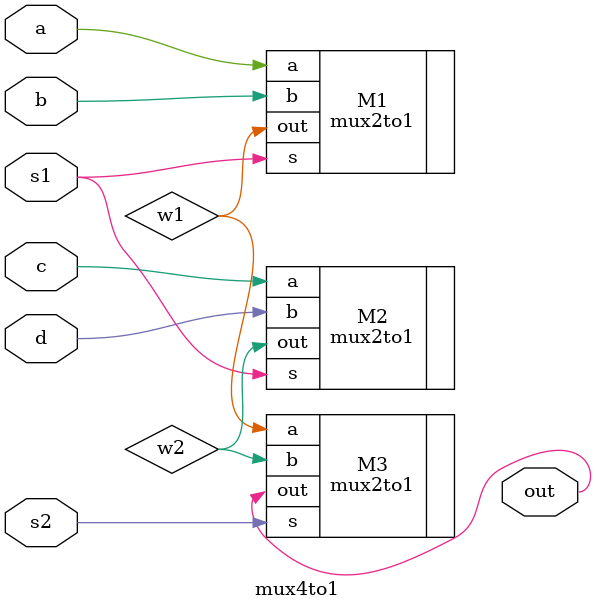
<source format=v>
`timescale 1ns / 1ps


module mux4to1(a, b, c, d, s1, s2, out);
    input a, b, c, d, s1, s2;
    output out;
    wire w1, w2;
    mux2to1 M1(.a(a), .b(b), .s(s1), .out(w1));
    mux2to1 M2(.a(c), .b(d), .s(s1), .out(w2));
    mux2to1 M3(.a(w1), .b(w2), .s(s2), .out(out));
endmodule

</source>
